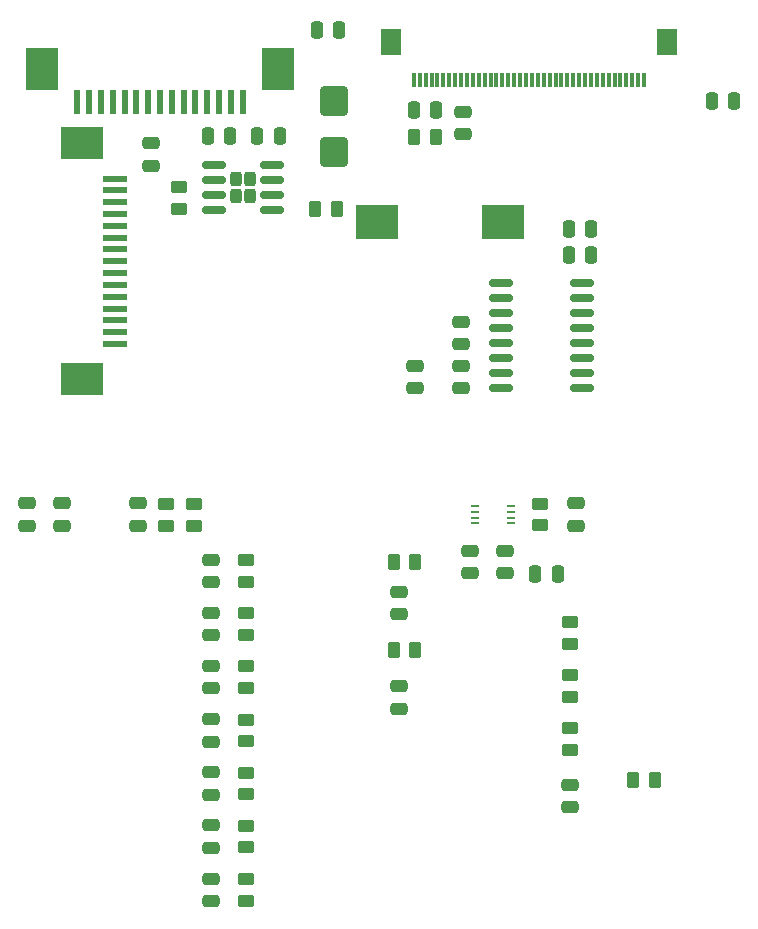
<source format=gbr>
%TF.GenerationSoftware,KiCad,Pcbnew,7.0.8*%
%TF.CreationDate,2023-11-07T10:44:17+02:00*%
%TF.ProjectId,Shield,53686965-6c64-42e6-9b69-6361645f7063,rev?*%
%TF.SameCoordinates,Original*%
%TF.FileFunction,Paste,Top*%
%TF.FilePolarity,Positive*%
%FSLAX46Y46*%
G04 Gerber Fmt 4.6, Leading zero omitted, Abs format (unit mm)*
G04 Created by KiCad (PCBNEW 7.0.8) date 2023-11-07 10:44:17*
%MOMM*%
%LPD*%
G01*
G04 APERTURE LIST*
G04 Aperture macros list*
%AMRoundRect*
0 Rectangle with rounded corners*
0 $1 Rounding radius*
0 $2 $3 $4 $5 $6 $7 $8 $9 X,Y pos of 4 corners*
0 Add a 4 corners polygon primitive as box body*
4,1,4,$2,$3,$4,$5,$6,$7,$8,$9,$2,$3,0*
0 Add four circle primitives for the rounded corners*
1,1,$1+$1,$2,$3*
1,1,$1+$1,$4,$5*
1,1,$1+$1,$6,$7*
1,1,$1+$1,$8,$9*
0 Add four rect primitives between the rounded corners*
20,1,$1+$1,$2,$3,$4,$5,0*
20,1,$1+$1,$4,$5,$6,$7,0*
20,1,$1+$1,$6,$7,$8,$9,0*
20,1,$1+$1,$8,$9,$2,$3,0*%
G04 Aperture macros list end*
%ADD10RoundRect,0.250000X0.475000X-0.250000X0.475000X0.250000X-0.475000X0.250000X-0.475000X-0.250000X0*%
%ADD11RoundRect,0.250000X-0.475000X0.250000X-0.475000X-0.250000X0.475000X-0.250000X0.475000X0.250000X0*%
%ADD12R,2.000000X0.610000*%
%ADD13R,3.600000X2.680000*%
%ADD14R,0.300000X1.300000*%
%ADD15R,1.800000X2.200000*%
%ADD16RoundRect,0.250000X0.450000X-0.262500X0.450000X0.262500X-0.450000X0.262500X-0.450000X-0.262500X0*%
%ADD17R,0.750000X0.250000*%
%ADD18RoundRect,0.250000X-0.450000X0.262500X-0.450000X-0.262500X0.450000X-0.262500X0.450000X0.262500X0*%
%ADD19RoundRect,0.250000X-0.250000X-0.475000X0.250000X-0.475000X0.250000X0.475000X-0.250000X0.475000X0*%
%ADD20RoundRect,0.240000X-0.240000X-0.385000X0.240000X-0.385000X0.240000X0.385000X-0.240000X0.385000X0*%
%ADD21RoundRect,0.150000X-0.825000X-0.150000X0.825000X-0.150000X0.825000X0.150000X-0.825000X0.150000X0*%
%ADD22RoundRect,0.250000X-0.262500X-0.450000X0.262500X-0.450000X0.262500X0.450000X-0.262500X0.450000X0*%
%ADD23RoundRect,0.250000X0.250000X0.475000X-0.250000X0.475000X-0.250000X-0.475000X0.250000X-0.475000X0*%
%ADD24RoundRect,0.150000X0.837500X0.150000X-0.837500X0.150000X-0.837500X-0.150000X0.837500X-0.150000X0*%
%ADD25R,0.610000X2.000000*%
%ADD26R,2.680000X3.600000*%
%ADD27RoundRect,0.250000X0.262500X0.450000X-0.262500X0.450000X-0.262500X-0.450000X0.262500X-0.450000X0*%
%ADD28RoundRect,0.250000X-0.900000X1.000000X-0.900000X-1.000000X0.900000X-1.000000X0.900000X1.000000X0*%
%ADD29R,3.600000X3.000000*%
G04 APERTURE END LIST*
D10*
%TO.C,C23*%
X95070000Y-118710000D03*
X95070000Y-116810000D03*
%TD*%
D11*
%TO.C,C4*%
X125500000Y-126850000D03*
X125500000Y-128750000D03*
%TD*%
D10*
%TO.C,C29*%
X116459000Y-71816000D03*
X116459000Y-69916000D03*
%TD*%
D12*
%TO.C,J9*%
X87003400Y-89553000D03*
X87003400Y-88553000D03*
X87003400Y-87553000D03*
X87003400Y-86553000D03*
X87003400Y-85553000D03*
X87003400Y-84553000D03*
X87003400Y-83553000D03*
X87003400Y-82553000D03*
X87003400Y-81553000D03*
X87003400Y-80553000D03*
X87003400Y-79553000D03*
X87003400Y-78553000D03*
X87003400Y-77553000D03*
X87003400Y-76553000D03*
X87003400Y-75553000D03*
D13*
X84203400Y-72563000D03*
X84203400Y-92543000D03*
%TD*%
D14*
%TO.C,J21*%
X112280000Y-67230000D03*
X112780000Y-67230000D03*
X113280000Y-67230000D03*
X113780000Y-67230000D03*
X114280000Y-67230000D03*
X114780000Y-67230000D03*
X115280000Y-67230000D03*
X115780000Y-67230000D03*
X116280000Y-67230000D03*
X116780000Y-67230000D03*
X117280000Y-67230000D03*
X117780000Y-67230000D03*
X118280000Y-67230000D03*
X118780000Y-67230000D03*
X119280000Y-67230000D03*
X119780000Y-67230000D03*
X120280000Y-67230000D03*
X120780000Y-67230000D03*
X121280000Y-67230000D03*
X121780000Y-67230000D03*
X122280000Y-67230000D03*
X122780000Y-67230000D03*
X123280000Y-67230000D03*
X123780000Y-67230000D03*
X124280000Y-67230000D03*
X124780000Y-67230000D03*
X125280000Y-67230000D03*
X125780000Y-67230000D03*
X126280000Y-67230000D03*
X126780000Y-67230000D03*
X127280000Y-67230000D03*
X127780000Y-67230000D03*
X128280000Y-67230000D03*
X128780000Y-67230000D03*
X129280000Y-67230000D03*
X129780000Y-67230000D03*
X130280000Y-67230000D03*
X130780000Y-67230000D03*
X131280000Y-67230000D03*
X131780000Y-67230000D03*
D15*
X133680000Y-63980000D03*
X110380000Y-63980000D03*
%TD*%
D10*
%TO.C,C25*%
X95070000Y-127710000D03*
X95070000Y-125810000D03*
%TD*%
D11*
%TO.C,C8*%
X126000000Y-103050000D03*
X126000000Y-104950000D03*
%TD*%
D10*
%TO.C,C24*%
X95070000Y-123210000D03*
X95070000Y-121310000D03*
%TD*%
%TO.C,C18*%
X90000000Y-74450000D03*
X90000000Y-72550000D03*
%TD*%
D11*
%TO.C,C13*%
X116300000Y-91400000D03*
X116300000Y-93300000D03*
%TD*%
D10*
%TO.C,C27*%
X95070000Y-136710000D03*
X95070000Y-134810000D03*
%TD*%
D16*
%TO.C,R8*%
X123000000Y-104912500D03*
X123000000Y-103087500D03*
%TD*%
D17*
%TO.C,U1*%
X117450000Y-103250000D03*
X117450000Y-103750000D03*
X117450000Y-104250000D03*
X117450000Y-104750000D03*
X120550000Y-104750000D03*
X120550000Y-104250000D03*
X120550000Y-103750000D03*
X120550000Y-103250000D03*
%TD*%
D18*
%TO.C,R7*%
X91310000Y-103117500D03*
X91310000Y-104942500D03*
%TD*%
D19*
%TO.C,C17*%
X125410000Y-79810000D03*
X127310000Y-79810000D03*
%TD*%
D10*
%TO.C,C7*%
X111000000Y-112450000D03*
X111000000Y-110550000D03*
%TD*%
D18*
%TO.C,R19*%
X98070000Y-134847500D03*
X98070000Y-136672500D03*
%TD*%
D10*
%TO.C,C16*%
X112350000Y-93300000D03*
X112350000Y-91400000D03*
%TD*%
D20*
%TO.C,U2*%
X97235000Y-75561000D03*
X97235000Y-77061000D03*
X98375000Y-75561000D03*
X98375000Y-77061000D03*
D21*
X95330000Y-74406000D03*
X95330000Y-75676000D03*
X95330000Y-76946000D03*
X95330000Y-78216000D03*
X100280000Y-78216000D03*
X100280000Y-76946000D03*
X100280000Y-75676000D03*
X100280000Y-74406000D03*
%TD*%
D22*
%TO.C,R12*%
X103925000Y-78150000D03*
X105750000Y-78150000D03*
%TD*%
D10*
%TO.C,C22*%
X95070000Y-114210000D03*
X95070000Y-112310000D03*
%TD*%
D18*
%TO.C,R3*%
X125500000Y-122087500D03*
X125500000Y-123912500D03*
%TD*%
%TO.C,R18*%
X98070000Y-130347500D03*
X98070000Y-132172500D03*
%TD*%
D19*
%TO.C,C19*%
X104050000Y-63000000D03*
X105950000Y-63000000D03*
%TD*%
%TO.C,C12*%
X94838000Y-71977000D03*
X96738000Y-71977000D03*
%TD*%
D10*
%TO.C,C20*%
X88900000Y-104950000D03*
X88900000Y-103050000D03*
%TD*%
D22*
%TO.C,R20*%
X112305500Y-72009000D03*
X114130500Y-72009000D03*
%TD*%
D19*
%TO.C,C28*%
X112268000Y-69723000D03*
X114168000Y-69723000D03*
%TD*%
D10*
%TO.C,C21*%
X95070000Y-109710000D03*
X95070000Y-107810000D03*
%TD*%
D19*
%TO.C,C15*%
X125400000Y-82000000D03*
X127300000Y-82000000D03*
%TD*%
D22*
%TO.C,R6*%
X110587500Y-108000000D03*
X112412500Y-108000000D03*
%TD*%
D23*
%TO.C,C5*%
X124450000Y-109000000D03*
X122550000Y-109000000D03*
%TD*%
D18*
%TO.C,R10*%
X92409000Y-76264000D03*
X92409000Y-78089000D03*
%TD*%
D24*
%TO.C,U3*%
X126562500Y-93295000D03*
X126562500Y-92025000D03*
X126562500Y-90755000D03*
X126562500Y-89485000D03*
X126562500Y-88215000D03*
X126562500Y-86945000D03*
X126562500Y-85675000D03*
X126562500Y-84405000D03*
X119637500Y-84405000D03*
X119637500Y-85675000D03*
X119637500Y-86945000D03*
X119637500Y-88215000D03*
X119637500Y-89485000D03*
X119637500Y-90755000D03*
X119637500Y-92025000D03*
X119637500Y-93295000D03*
%TD*%
D25*
%TO.C,J10*%
X83790000Y-69085400D03*
X84790000Y-69085400D03*
X85790000Y-69085400D03*
X86790000Y-69085400D03*
X87790000Y-69085400D03*
X88790000Y-69085400D03*
X89790000Y-69085400D03*
X90790000Y-69085400D03*
X91790000Y-69085400D03*
X92790000Y-69085400D03*
X93790000Y-69085400D03*
X94790000Y-69085400D03*
X95790000Y-69085400D03*
X96790000Y-69085400D03*
X97790000Y-69085400D03*
D26*
X100780000Y-66285400D03*
X80800000Y-66285400D03*
%TD*%
D18*
%TO.C,R17*%
X98070000Y-125847500D03*
X98070000Y-127672500D03*
%TD*%
D19*
%TO.C,C3*%
X137500000Y-69000000D03*
X139400000Y-69000000D03*
%TD*%
D18*
%TO.C,R13*%
X98070000Y-107847500D03*
X98070000Y-109672500D03*
%TD*%
%TO.C,R16*%
X98070000Y-121347500D03*
X98070000Y-123172500D03*
%TD*%
D11*
%TO.C,C2*%
X82500000Y-103050000D03*
X82500000Y-104950000D03*
%TD*%
D18*
%TO.C,R9*%
X93660000Y-103117500D03*
X93660000Y-104942500D03*
%TD*%
%TO.C,R15*%
X98070000Y-116847500D03*
X98070000Y-118672500D03*
%TD*%
D11*
%TO.C,C9*%
X117000000Y-107050000D03*
X117000000Y-108950000D03*
%TD*%
D10*
%TO.C,C14*%
X116300000Y-89550000D03*
X116300000Y-87650000D03*
%TD*%
D18*
%TO.C,R2*%
X125500000Y-117587500D03*
X125500000Y-119412500D03*
%TD*%
D27*
%TO.C,R4*%
X132692500Y-126490000D03*
X130867500Y-126490000D03*
%TD*%
D10*
%TO.C,C6*%
X111000000Y-120450000D03*
X111000000Y-118550000D03*
%TD*%
D28*
%TO.C,D1*%
X105537000Y-68970000D03*
X105537000Y-73270000D03*
%TD*%
D18*
%TO.C,R14*%
X98070000Y-112347500D03*
X98070000Y-114172500D03*
%TD*%
D11*
%TO.C,C1*%
X79500000Y-103050000D03*
X79500000Y-104950000D03*
%TD*%
D23*
%TO.C,C11*%
X100929000Y-71977000D03*
X99029000Y-71977000D03*
%TD*%
D10*
%TO.C,C26*%
X95070000Y-132210000D03*
X95070000Y-130310000D03*
%TD*%
D22*
%TO.C,R5*%
X110587500Y-115500000D03*
X112412500Y-115500000D03*
%TD*%
D29*
%TO.C,L1*%
X109200000Y-79250000D03*
X119800000Y-79250000D03*
%TD*%
D18*
%TO.C,R1*%
X125500000Y-113087500D03*
X125500000Y-114912500D03*
%TD*%
D10*
%TO.C,C10*%
X120000000Y-108950000D03*
X120000000Y-107050000D03*
%TD*%
M02*

</source>
